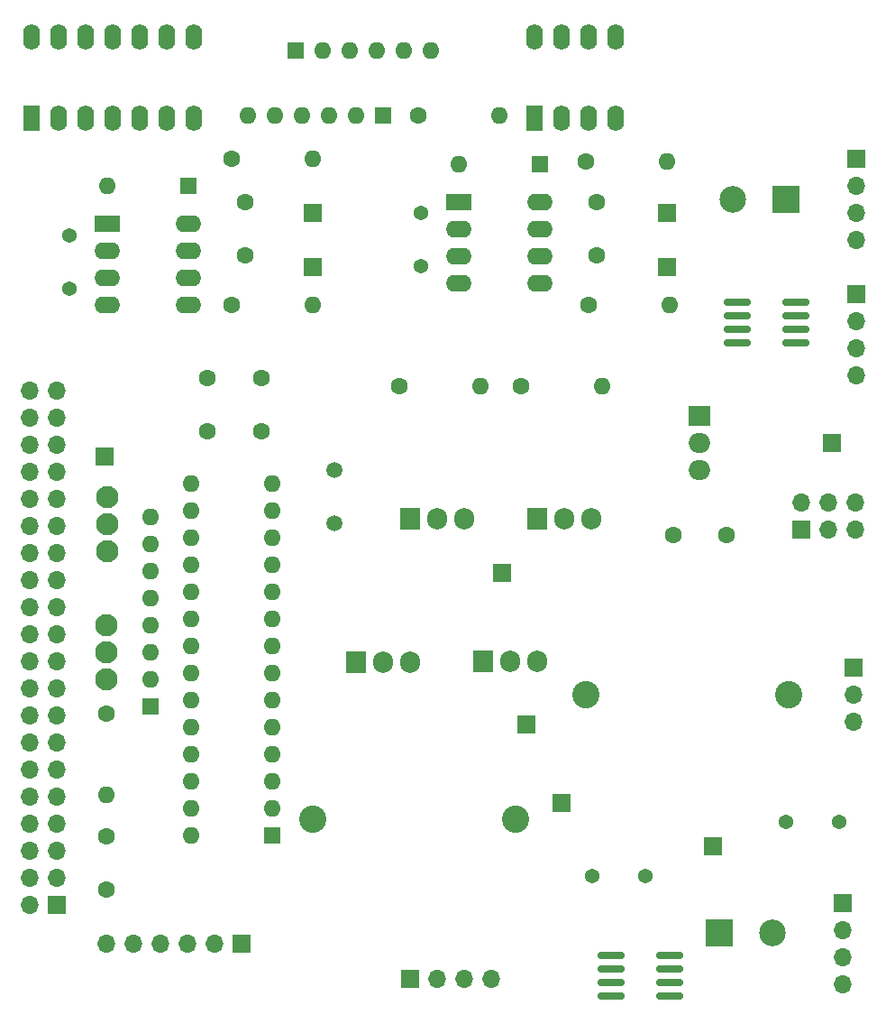
<source format=gts>
G04 #@! TF.GenerationSoftware,KiCad,Pcbnew,7.0.1*
G04 #@! TF.CreationDate,2023-11-10T14:13:51-08:00*
G04 #@! TF.ProjectId,AtInverter_v1,4174496e-7665-4727-9465-725f76312e6b,v1*
G04 #@! TF.SameCoordinates,Original*
G04 #@! TF.FileFunction,Soldermask,Top*
G04 #@! TF.FilePolarity,Negative*
%FSLAX46Y46*%
G04 Gerber Fmt 4.6, Leading zero omitted, Abs format (unit mm)*
G04 Created by KiCad (PCBNEW 7.0.1) date 2023-11-10 14:13:51*
%MOMM*%
%LPD*%
G01*
G04 APERTURE LIST*
G04 Aperture macros list*
%AMRoundRect*
0 Rectangle with rounded corners*
0 $1 Rounding radius*
0 $2 $3 $4 $5 $6 $7 $8 $9 X,Y pos of 4 corners*
0 Add a 4 corners polygon primitive as box body*
4,1,4,$2,$3,$4,$5,$6,$7,$8,$9,$2,$3,0*
0 Add four circle primitives for the rounded corners*
1,1,$1+$1,$2,$3*
1,1,$1+$1,$4,$5*
1,1,$1+$1,$6,$7*
1,1,$1+$1,$8,$9*
0 Add four rect primitives between the rounded corners*
20,1,$1+$1,$2,$3,$4,$5,0*
20,1,$1+$1,$4,$5,$6,$7,0*
20,1,$1+$1,$6,$7,$8,$9,0*
20,1,$1+$1,$8,$9,$2,$3,0*%
G04 Aperture macros list end*
%ADD10C,1.371600*%
%ADD11R,1.700000X1.700000*%
%ADD12C,1.600000*%
%ADD13O,1.600000X1.600000*%
%ADD14C,2.565400*%
%ADD15R,1.905000X2.000000*%
%ADD16O,1.905000X2.000000*%
%ADD17O,1.700000X1.700000*%
%ADD18R,1.600000X1.600000*%
%ADD19RoundRect,0.150000X1.100000X0.150000X-1.100000X0.150000X-1.100000X-0.150000X1.100000X-0.150000X0*%
%ADD20C,2.100000*%
%ADD21R,1.600000X2.400000*%
%ADD22O,1.600000X2.400000*%
%ADD23R,2.400000X1.600000*%
%ADD24O,2.400000X1.600000*%
%ADD25C,1.500000*%
%ADD26R,2.500000X2.500000*%
%ADD27C,2.500000*%
%ADD28R,2.000000X1.905000*%
%ADD29O,2.000000X1.905000*%
G04 APERTURE END LIST*
D10*
X70851000Y-63042000D03*
X70851000Y-68042000D03*
D11*
X117094000Y-116332000D03*
D12*
X74295000Y-107950000D03*
D13*
X74295000Y-115570000D03*
D14*
X138430000Y-106172000D03*
X119380000Y-106172000D03*
D15*
X114808000Y-89662000D03*
D16*
X117348000Y-89662000D03*
X119888000Y-89662000D03*
D13*
X127254000Y-69596000D03*
D12*
X119634000Y-69596000D03*
D11*
X131318000Y-120396000D03*
X144780000Y-68590000D03*
D17*
X144780000Y-71130000D03*
X144780000Y-73670000D03*
X144780000Y-76210000D03*
D18*
X115062000Y-56388000D03*
D13*
X107442000Y-56388000D03*
D19*
X139104000Y-73152000D03*
X139104000Y-71882000D03*
X139104000Y-70612000D03*
X139104000Y-69342000D03*
X133604000Y-69342000D03*
X133604000Y-70612000D03*
X133604000Y-71882000D03*
X133604000Y-73152000D03*
D11*
X127000000Y-66040000D03*
D10*
X103901000Y-61000000D03*
X103901000Y-66000000D03*
D18*
X89916000Y-119380000D03*
D13*
X89916000Y-116840000D03*
X89916000Y-114300000D03*
X89916000Y-111760000D03*
X89916000Y-109220000D03*
X89916000Y-106680000D03*
X89916000Y-104140000D03*
X89916000Y-101600000D03*
X89916000Y-99060000D03*
X89916000Y-96520000D03*
X89916000Y-93980000D03*
X89916000Y-91440000D03*
X89916000Y-88900000D03*
X89916000Y-86360000D03*
X82296000Y-86360000D03*
X82296000Y-88900000D03*
X82296000Y-91440000D03*
X82296000Y-93980000D03*
X82296000Y-96520000D03*
X82296000Y-99060000D03*
X82296000Y-101600000D03*
X82296000Y-104140000D03*
X82296000Y-106680000D03*
X82296000Y-109220000D03*
X82296000Y-111760000D03*
X82296000Y-114300000D03*
X82296000Y-116840000D03*
X82296000Y-119380000D03*
D12*
X74295000Y-124460000D03*
X74295000Y-119460000D03*
D18*
X78486000Y-107315000D03*
D13*
X78486000Y-104775000D03*
X78486000Y-102235000D03*
X78486000Y-99695000D03*
X78486000Y-97155000D03*
X78486000Y-94615000D03*
X78486000Y-92075000D03*
X78486000Y-89535000D03*
X120904000Y-77216000D03*
D12*
X113284000Y-77216000D03*
D20*
X74295000Y-104775000D03*
X74295000Y-102235000D03*
X74295000Y-99695000D03*
D15*
X109728000Y-103053000D03*
D16*
X112268000Y-103053000D03*
X114808000Y-103053000D03*
D21*
X67310000Y-52070000D03*
D22*
X69850000Y-52070000D03*
X72390000Y-52070000D03*
X74930000Y-52070000D03*
X77470000Y-52070000D03*
X80010000Y-52070000D03*
X82550000Y-52070000D03*
X82550000Y-44450000D03*
X80010000Y-44450000D03*
X77470000Y-44450000D03*
X74930000Y-44450000D03*
X72390000Y-44450000D03*
X69850000Y-44450000D03*
X67310000Y-44450000D03*
D20*
X74422000Y-92710000D03*
X74422000Y-90170000D03*
X74422000Y-87630000D03*
D15*
X97790000Y-103124000D03*
D16*
X100330000Y-103124000D03*
X102870000Y-103124000D03*
D11*
X93726000Y-66040000D03*
D12*
X86106000Y-69596000D03*
D13*
X93726000Y-69596000D03*
D12*
X83820000Y-81494000D03*
X83820000Y-76494000D03*
D11*
X139573000Y-90678000D03*
D17*
X139573000Y-88138000D03*
X142113000Y-90678000D03*
X142113000Y-88138000D03*
X144653000Y-90678000D03*
X144653000Y-88138000D03*
D21*
X114564000Y-52085000D03*
D22*
X117104000Y-52085000D03*
X119644000Y-52085000D03*
X122184000Y-52085000D03*
X122184000Y-44465000D03*
X119644000Y-44465000D03*
X117104000Y-44465000D03*
X114564000Y-44465000D03*
D13*
X127000000Y-56134000D03*
D12*
X119380000Y-56134000D03*
D23*
X107442000Y-59944000D03*
D24*
X107442000Y-62484000D03*
X107442000Y-65024000D03*
X107442000Y-67564000D03*
X115062000Y-67564000D03*
X115062000Y-65024000D03*
X115062000Y-62484000D03*
X115062000Y-59944000D03*
D12*
X103632000Y-51816000D03*
D13*
X111252000Y-51816000D03*
D25*
X95758000Y-90130000D03*
X95758000Y-85130000D03*
D13*
X104775000Y-45720000D03*
X102235000Y-45720000D03*
X99695000Y-45720000D03*
X97155000Y-45720000D03*
X94615000Y-45720000D03*
D18*
X92075000Y-45720000D03*
D11*
X113792000Y-108966000D03*
D12*
X132548000Y-91186000D03*
X127548000Y-91186000D03*
D11*
X142494000Y-82550000D03*
D18*
X82027000Y-58430000D03*
D13*
X74407000Y-58430000D03*
D10*
X124968000Y-123190000D03*
X119968000Y-123190000D03*
D14*
X112776000Y-117856000D03*
X93726000Y-117856000D03*
D10*
X138129000Y-118110000D03*
X143129000Y-118110000D03*
D19*
X127210000Y-134493000D03*
X127210000Y-133223000D03*
X127210000Y-131953000D03*
X127210000Y-130683000D03*
X121710000Y-130683000D03*
X121710000Y-131953000D03*
X121710000Y-133223000D03*
X121710000Y-134493000D03*
D23*
X74407000Y-61986000D03*
D24*
X74407000Y-64526000D03*
X74407000Y-67066000D03*
X74407000Y-69606000D03*
X82027000Y-69606000D03*
X82027000Y-67066000D03*
X82027000Y-64526000D03*
X82027000Y-61986000D03*
D12*
X86106000Y-55880000D03*
D13*
X93726000Y-55880000D03*
D26*
X138136000Y-59690000D03*
D27*
X133136000Y-59690000D03*
D11*
X144526000Y-103632000D03*
D17*
X144526000Y-106172000D03*
X144526000Y-108712000D03*
D12*
X87361000Y-59984000D03*
X87361000Y-64984000D03*
X120396000Y-59984000D03*
X120396000Y-64984000D03*
D11*
X111506000Y-94742000D03*
X86995000Y-129540000D03*
D17*
X84455000Y-129540000D03*
X81915000Y-129540000D03*
X79375000Y-129540000D03*
X76835000Y-129540000D03*
X74295000Y-129540000D03*
D11*
X143510000Y-125730000D03*
D17*
X143510000Y-128270000D03*
X143510000Y-130810000D03*
X143510000Y-133350000D03*
D11*
X93711000Y-60960000D03*
X102870000Y-132842000D03*
D17*
X105410000Y-132842000D03*
X107950000Y-132842000D03*
X110490000Y-132842000D03*
D11*
X144780000Y-55890000D03*
D17*
X144780000Y-58430000D03*
X144780000Y-60970000D03*
X144780000Y-63510000D03*
D15*
X102870000Y-89662000D03*
D16*
X105410000Y-89662000D03*
X107950000Y-89662000D03*
D28*
X130048000Y-80010000D03*
D29*
X130048000Y-82550000D03*
X130048000Y-85090000D03*
D26*
X131906000Y-128524000D03*
D27*
X136906000Y-128524000D03*
D18*
X100330000Y-51816000D03*
D13*
X97790000Y-51816000D03*
X95250000Y-51816000D03*
X92710000Y-51816000D03*
X90170000Y-51816000D03*
X87630000Y-51816000D03*
D11*
X127000000Y-60960000D03*
D12*
X88900000Y-76494000D03*
X88900000Y-81494000D03*
D11*
X74168000Y-83820000D03*
D13*
X109474000Y-77216000D03*
D12*
X101854000Y-77216000D03*
D11*
X69710000Y-125940000D03*
D17*
X67170000Y-125940000D03*
X69710000Y-123400000D03*
X67170000Y-123400000D03*
X69710000Y-120860000D03*
X67170000Y-120860000D03*
X69710000Y-118320000D03*
X67170000Y-118320000D03*
X69710000Y-115780000D03*
X67170000Y-115780000D03*
X69710000Y-113240000D03*
X67170000Y-113240000D03*
X69710000Y-110700000D03*
X67170000Y-110700000D03*
X69710000Y-108160000D03*
X67170000Y-108160000D03*
X69710000Y-105620000D03*
X67170000Y-105620000D03*
X69710000Y-103080000D03*
X67170000Y-103080000D03*
X69710000Y-100540000D03*
X67170000Y-100540000D03*
X69710000Y-98000000D03*
X67170000Y-98000000D03*
X69710000Y-95460000D03*
X67170000Y-95460000D03*
X69710000Y-92920000D03*
X67170000Y-92920000D03*
X69710000Y-90380000D03*
X67170000Y-90380000D03*
X69710000Y-87840000D03*
X67170000Y-87840000D03*
X69710000Y-85300000D03*
X67170000Y-85300000D03*
X69710000Y-82760000D03*
X67170000Y-82760000D03*
X69710000Y-80220000D03*
X67170000Y-80220000D03*
X69710000Y-77680000D03*
X67170000Y-77680000D03*
M02*

</source>
